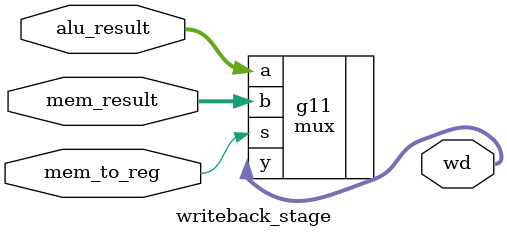
<source format=sv>
`timescale 1ns / 1ps


module writeback_stage #(parameter N=32)(alu_result,mem_result,mem_to_reg,wd);
input logic [N-1:0] alu_result, mem_result;
input logic mem_to_reg;
output logic [N-1:0] wd;
mux g11 (.a(alu_result), .b(mem_result), .s(mem_to_reg), .y(wd));
endmodule

</source>
